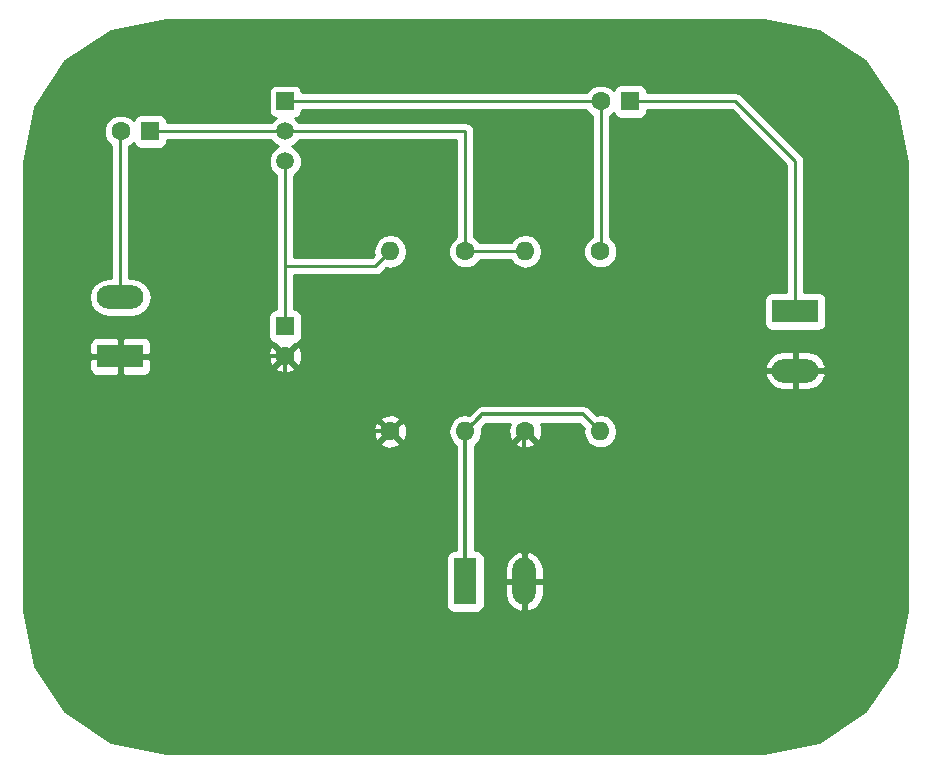
<source format=gbr>
G04 #@! TF.FileFunction,Copper,L1,Top,Signal*
%FSLAX46Y46*%
G04 Gerber Fmt 4.6, Leading zero omitted, Abs format (unit mm)*
G04 Created by KiCad (PCBNEW 4.0.5) date 05/30/17 12:07:32*
%MOMM*%
%LPD*%
G01*
G04 APERTURE LIST*
%ADD10C,0.100000*%
%ADD11R,1.600000X1.600000*%
%ADD12C,1.600000*%
%ADD13R,3.960000X1.980000*%
%ADD14O,3.960000X1.980000*%
%ADD15O,1.600000X1.600000*%
%ADD16R,1.980000X3.960000*%
%ADD17O,1.980000X3.960000*%
%ADD18C,1.520000*%
%ADD19R,1.520000X1.520000*%
%ADD20C,0.250000*%
%ADD21C,0.300000*%
%ADD22C,0.254000*%
G04 APERTURE END LIST*
D10*
D11*
X132080000Y-80010000D03*
D12*
X129580000Y-80010000D03*
D11*
X143510000Y-96520000D03*
D12*
X143510000Y-99020000D03*
D11*
X172720000Y-77470000D03*
D12*
X170220000Y-77470000D03*
D13*
X129540000Y-99060000D03*
D14*
X129540000Y-94060000D03*
D13*
X186690000Y-95250000D03*
D14*
X186690000Y-100250000D03*
D12*
X163830000Y-105410000D03*
D15*
X163830000Y-90170000D03*
D12*
X170180000Y-90170000D03*
D15*
X170180000Y-105410000D03*
D12*
X152400000Y-105410000D03*
D15*
X152400000Y-90170000D03*
D16*
X158750000Y-118110000D03*
D17*
X163750000Y-118110000D03*
D18*
X143510000Y-80010000D03*
X143510000Y-82550000D03*
D19*
X143510000Y-77470000D03*
D12*
X158750000Y-90170000D03*
D15*
X158750000Y-105410000D03*
D20*
X158750000Y-80010000D02*
X143510000Y-80010000D01*
X158750000Y-90170000D02*
X158750000Y-80010000D01*
X163830000Y-90170000D02*
X158750000Y-90170000D01*
X132080000Y-80010000D02*
X143510000Y-80010000D01*
X129540000Y-94060000D02*
X129540000Y-80050000D01*
X129540000Y-80050000D02*
X129580000Y-80010000D01*
X143510000Y-91440000D02*
X151130000Y-91440000D01*
X151130000Y-91440000D02*
X152400000Y-90170000D01*
X143510000Y-91440000D02*
X143510000Y-82550000D01*
X143510000Y-96520000D02*
X143510000Y-91440000D01*
D21*
X163830000Y-105410000D02*
X165280001Y-106860001D01*
X186509999Y-106860001D02*
X186690000Y-106680000D01*
X186690000Y-106680000D02*
X186690000Y-100250000D01*
X165280001Y-106860001D02*
X186509999Y-106860001D01*
X163750000Y-118110000D02*
X163750000Y-105490000D01*
X163750000Y-105490000D02*
X163830000Y-105410000D01*
X143510000Y-105410000D02*
X143510000Y-99020000D01*
X152400000Y-105410000D02*
X143510000Y-105410000D01*
X129540000Y-99060000D02*
X143470000Y-99060000D01*
X143470000Y-99060000D02*
X143510000Y-99020000D01*
D20*
X186690000Y-82550000D02*
X186690000Y-95250000D01*
X181610000Y-77470000D02*
X186690000Y-82550000D01*
X172720000Y-77470000D02*
X181610000Y-77470000D01*
X170220000Y-77470000D02*
X170220000Y-90130000D01*
X170220000Y-90130000D02*
X170180000Y-90170000D01*
X143510000Y-77470000D02*
X170220000Y-77470000D01*
D21*
X170180000Y-105410000D02*
X168729999Y-103959999D01*
X159549999Y-104610001D02*
X158750000Y-105410000D01*
X168729999Y-103959999D02*
X160200001Y-103959999D01*
X160200001Y-103959999D02*
X159549999Y-104610001D01*
X158750000Y-105410000D02*
X158750000Y-118110000D01*
D22*
G36*
X188733053Y-71485536D02*
X192618376Y-74081627D01*
X195214464Y-77966947D01*
X196140000Y-82619927D01*
X196140000Y-120580073D01*
X195214464Y-125233053D01*
X192618376Y-129118373D01*
X188733053Y-131714464D01*
X184080069Y-132640000D01*
X133419927Y-132640000D01*
X128766947Y-131714464D01*
X124881627Y-129118376D01*
X122285536Y-125233053D01*
X121361749Y-120588864D01*
X121375624Y-120033525D01*
X121360000Y-119943250D01*
X121360000Y-116130000D01*
X157112560Y-116130000D01*
X157112560Y-120090000D01*
X157156838Y-120325317D01*
X157295910Y-120541441D01*
X157508110Y-120686431D01*
X157760000Y-120737440D01*
X159740000Y-120737440D01*
X159975317Y-120693162D01*
X160191441Y-120554090D01*
X160336431Y-120341890D01*
X160387440Y-120090000D01*
X160387440Y-118237000D01*
X162125000Y-118237000D01*
X162125000Y-119227000D01*
X162297297Y-119839193D01*
X162690754Y-120338851D01*
X163245472Y-120649905D01*
X163371135Y-120680218D01*
X163623000Y-120560740D01*
X163623000Y-118237000D01*
X163877000Y-118237000D01*
X163877000Y-120560740D01*
X164128865Y-120680218D01*
X164254528Y-120649905D01*
X164809246Y-120338851D01*
X165202703Y-119839193D01*
X165375000Y-119227000D01*
X165375000Y-118237000D01*
X163877000Y-118237000D01*
X163623000Y-118237000D01*
X162125000Y-118237000D01*
X160387440Y-118237000D01*
X160387440Y-116993000D01*
X162125000Y-116993000D01*
X162125000Y-117983000D01*
X163623000Y-117983000D01*
X163623000Y-115659260D01*
X163877000Y-115659260D01*
X163877000Y-117983000D01*
X165375000Y-117983000D01*
X165375000Y-116993000D01*
X165202703Y-116380807D01*
X164809246Y-115881149D01*
X164254528Y-115570095D01*
X164128865Y-115539782D01*
X163877000Y-115659260D01*
X163623000Y-115659260D01*
X163371135Y-115539782D01*
X163245472Y-115570095D01*
X162690754Y-115881149D01*
X162297297Y-116380807D01*
X162125000Y-116993000D01*
X160387440Y-116993000D01*
X160387440Y-116130000D01*
X160343162Y-115894683D01*
X160204090Y-115678559D01*
X159991890Y-115533569D01*
X159740000Y-115482560D01*
X159535000Y-115482560D01*
X159535000Y-106606291D01*
X159764698Y-106452811D01*
X159788128Y-106417745D01*
X163001861Y-106417745D01*
X163075995Y-106663864D01*
X163613223Y-106856965D01*
X164183454Y-106829778D01*
X164584005Y-106663864D01*
X164658139Y-106417745D01*
X163830000Y-105589605D01*
X163001861Y-106417745D01*
X159788128Y-106417745D01*
X160075767Y-105987264D01*
X160185000Y-105438113D01*
X160185000Y-105381887D01*
X160135769Y-105134389D01*
X160525159Y-104744999D01*
X162544144Y-104744999D01*
X162383035Y-105193223D01*
X162410222Y-105763454D01*
X162576136Y-106164005D01*
X162822255Y-106238139D01*
X163650395Y-105410000D01*
X163636252Y-105395858D01*
X163815858Y-105216252D01*
X163830000Y-105230395D01*
X163844142Y-105216252D01*
X164023748Y-105395858D01*
X164009605Y-105410000D01*
X164837745Y-106238139D01*
X165083864Y-106164005D01*
X165276965Y-105626777D01*
X165249778Y-105056546D01*
X165120731Y-104744999D01*
X168404841Y-104744999D01*
X168794231Y-105134389D01*
X168745000Y-105381887D01*
X168745000Y-105438113D01*
X168854233Y-105987264D01*
X169165302Y-106452811D01*
X169630849Y-106763880D01*
X170180000Y-106873113D01*
X170729151Y-106763880D01*
X171194698Y-106452811D01*
X171505767Y-105987264D01*
X171615000Y-105438113D01*
X171615000Y-105381887D01*
X171505767Y-104832736D01*
X171194698Y-104367189D01*
X170729151Y-104056120D01*
X170180000Y-103946887D01*
X169885604Y-104005446D01*
X169285078Y-103404920D01*
X169030406Y-103234754D01*
X168729999Y-103174999D01*
X160200006Y-103174999D01*
X160200001Y-103174998D01*
X159899595Y-103234754D01*
X159644922Y-103404920D01*
X159044396Y-104005446D01*
X158750000Y-103946887D01*
X158200849Y-104056120D01*
X157735302Y-104367189D01*
X157424233Y-104832736D01*
X157315000Y-105381887D01*
X157315000Y-105438113D01*
X157424233Y-105987264D01*
X157735302Y-106452811D01*
X157965000Y-106606291D01*
X157965000Y-115482560D01*
X157760000Y-115482560D01*
X157524683Y-115526838D01*
X157308559Y-115665910D01*
X157163569Y-115878110D01*
X157112560Y-116130000D01*
X121360000Y-116130000D01*
X121360000Y-106417745D01*
X151571861Y-106417745D01*
X151645995Y-106663864D01*
X152183223Y-106856965D01*
X152753454Y-106829778D01*
X153154005Y-106663864D01*
X153228139Y-106417745D01*
X152400000Y-105589605D01*
X151571861Y-106417745D01*
X121360000Y-106417745D01*
X121360000Y-105193223D01*
X150953035Y-105193223D01*
X150980222Y-105763454D01*
X151146136Y-106164005D01*
X151392255Y-106238139D01*
X152220395Y-105410000D01*
X152579605Y-105410000D01*
X153407745Y-106238139D01*
X153653864Y-106164005D01*
X153846965Y-105626777D01*
X153819778Y-105056546D01*
X153653864Y-104655995D01*
X153407745Y-104581861D01*
X152579605Y-105410000D01*
X152220395Y-105410000D01*
X151392255Y-104581861D01*
X151146136Y-104655995D01*
X150953035Y-105193223D01*
X121360000Y-105193223D01*
X121360000Y-104402255D01*
X151571861Y-104402255D01*
X152400000Y-105230395D01*
X153228139Y-104402255D01*
X153154005Y-104156136D01*
X152616777Y-103963035D01*
X152046546Y-103990222D01*
X151645995Y-104156136D01*
X151571861Y-104402255D01*
X121360000Y-104402255D01*
X121360000Y-99345750D01*
X126925000Y-99345750D01*
X126925000Y-100176309D01*
X127021673Y-100409698D01*
X127200301Y-100588327D01*
X127433690Y-100685000D01*
X129254250Y-100685000D01*
X129413000Y-100526250D01*
X129413000Y-99187000D01*
X129667000Y-99187000D01*
X129667000Y-100526250D01*
X129825750Y-100685000D01*
X131646310Y-100685000D01*
X131781831Y-100628865D01*
X184119782Y-100628865D01*
X184150095Y-100754528D01*
X184461149Y-101309246D01*
X184960807Y-101702703D01*
X185573000Y-101875000D01*
X186563000Y-101875000D01*
X186563000Y-100377000D01*
X186817000Y-100377000D01*
X186817000Y-101875000D01*
X187807000Y-101875000D01*
X188419193Y-101702703D01*
X188918851Y-101309246D01*
X189229905Y-100754528D01*
X189260218Y-100628865D01*
X189140740Y-100377000D01*
X186817000Y-100377000D01*
X186563000Y-100377000D01*
X184239260Y-100377000D01*
X184119782Y-100628865D01*
X131781831Y-100628865D01*
X131879699Y-100588327D01*
X132058327Y-100409698D01*
X132155000Y-100176309D01*
X132155000Y-100027745D01*
X142681861Y-100027745D01*
X142755995Y-100273864D01*
X143293223Y-100466965D01*
X143863454Y-100439778D01*
X144264005Y-100273864D01*
X144338139Y-100027745D01*
X144181530Y-99871135D01*
X184119782Y-99871135D01*
X184239260Y-100123000D01*
X186563000Y-100123000D01*
X186563000Y-98625000D01*
X186817000Y-98625000D01*
X186817000Y-100123000D01*
X189140740Y-100123000D01*
X189260218Y-99871135D01*
X189229905Y-99745472D01*
X188918851Y-99190754D01*
X188419193Y-98797297D01*
X187807000Y-98625000D01*
X186817000Y-98625000D01*
X186563000Y-98625000D01*
X185573000Y-98625000D01*
X184960807Y-98797297D01*
X184461149Y-99190754D01*
X184150095Y-99745472D01*
X184119782Y-99871135D01*
X144181530Y-99871135D01*
X143510000Y-99199605D01*
X142681861Y-100027745D01*
X132155000Y-100027745D01*
X132155000Y-99345750D01*
X131996250Y-99187000D01*
X129667000Y-99187000D01*
X129413000Y-99187000D01*
X127083750Y-99187000D01*
X126925000Y-99345750D01*
X121360000Y-99345750D01*
X121360000Y-97943691D01*
X126925000Y-97943691D01*
X126925000Y-98774250D01*
X127083750Y-98933000D01*
X129413000Y-98933000D01*
X129413000Y-97593750D01*
X129667000Y-97593750D01*
X129667000Y-98933000D01*
X131996250Y-98933000D01*
X132126027Y-98803223D01*
X142063035Y-98803223D01*
X142090222Y-99373454D01*
X142256136Y-99774005D01*
X142502255Y-99848139D01*
X143330395Y-99020000D01*
X143689605Y-99020000D01*
X144517745Y-99848139D01*
X144763864Y-99774005D01*
X144956965Y-99236777D01*
X144929778Y-98666546D01*
X144763864Y-98265995D01*
X144517745Y-98191861D01*
X143689605Y-99020000D01*
X143330395Y-99020000D01*
X142502255Y-98191861D01*
X142256136Y-98265995D01*
X142063035Y-98803223D01*
X132126027Y-98803223D01*
X132155000Y-98774250D01*
X132155000Y-97943691D01*
X132058327Y-97710302D01*
X131879699Y-97531673D01*
X131646310Y-97435000D01*
X129825750Y-97435000D01*
X129667000Y-97593750D01*
X129413000Y-97593750D01*
X129254250Y-97435000D01*
X127433690Y-97435000D01*
X127200301Y-97531673D01*
X127021673Y-97710302D01*
X126925000Y-97943691D01*
X121360000Y-97943691D01*
X121360000Y-94060000D01*
X126873769Y-94060000D01*
X126997465Y-94681861D01*
X127349720Y-95209049D01*
X127876908Y-95561304D01*
X128498769Y-95685000D01*
X130581231Y-95685000D01*
X131203092Y-95561304D01*
X131730280Y-95209049D01*
X132082535Y-94681861D01*
X132206231Y-94060000D01*
X132082535Y-93438139D01*
X131730280Y-92910951D01*
X131203092Y-92558696D01*
X130581231Y-92435000D01*
X130300000Y-92435000D01*
X130300000Y-81265174D01*
X130391800Y-81227243D01*
X130660583Y-80958928D01*
X130676838Y-81045317D01*
X130815910Y-81261441D01*
X131028110Y-81406431D01*
X131280000Y-81457440D01*
X132880000Y-81457440D01*
X133115317Y-81413162D01*
X133331441Y-81274090D01*
X133476431Y-81061890D01*
X133527440Y-80810000D01*
X133527440Y-80770000D01*
X142314633Y-80770000D01*
X142326687Y-80799172D01*
X142718764Y-81191934D01*
X142930738Y-81279954D01*
X142720828Y-81366687D01*
X142328066Y-81758764D01*
X142115242Y-82271300D01*
X142114758Y-82826265D01*
X142326687Y-83339172D01*
X142718764Y-83731934D01*
X142750000Y-83744904D01*
X142750000Y-95072560D01*
X142710000Y-95072560D01*
X142474683Y-95116838D01*
X142258559Y-95255910D01*
X142113569Y-95468110D01*
X142062560Y-95720000D01*
X142062560Y-97320000D01*
X142106838Y-97555317D01*
X142245910Y-97771441D01*
X142458110Y-97916431D01*
X142696201Y-97964646D01*
X142681861Y-98012255D01*
X143510000Y-98840395D01*
X144338139Y-98012255D01*
X144323855Y-97964833D01*
X144545317Y-97923162D01*
X144761441Y-97784090D01*
X144906431Y-97571890D01*
X144957440Y-97320000D01*
X144957440Y-95720000D01*
X144913162Y-95484683D01*
X144774090Y-95268559D01*
X144561890Y-95123569D01*
X144310000Y-95072560D01*
X144270000Y-95072560D01*
X144270000Y-92200000D01*
X151130000Y-92200000D01*
X151420839Y-92142148D01*
X151667401Y-91977401D01*
X152076114Y-91568688D01*
X152400000Y-91633113D01*
X152949151Y-91523880D01*
X153414698Y-91212811D01*
X153725767Y-90747264D01*
X153835000Y-90198113D01*
X153835000Y-90141887D01*
X153725767Y-89592736D01*
X153414698Y-89127189D01*
X152949151Y-88816120D01*
X152400000Y-88706887D01*
X151850849Y-88816120D01*
X151385302Y-89127189D01*
X151074233Y-89592736D01*
X150965000Y-90141887D01*
X150965000Y-90198113D01*
X151020096Y-90475102D01*
X150815198Y-90680000D01*
X144270000Y-90680000D01*
X144270000Y-83745367D01*
X144299172Y-83733313D01*
X144691934Y-83341236D01*
X144904758Y-82828700D01*
X144905242Y-82273735D01*
X144693313Y-81760828D01*
X144301236Y-81368066D01*
X144089262Y-81280046D01*
X144299172Y-81193313D01*
X144691934Y-80801236D01*
X144704904Y-80770000D01*
X157990000Y-80770000D01*
X157990000Y-88931354D01*
X157938200Y-88952757D01*
X157534176Y-89356077D01*
X157315250Y-89883309D01*
X157314752Y-90454187D01*
X157532757Y-90981800D01*
X157936077Y-91385824D01*
X158463309Y-91604750D01*
X159034187Y-91605248D01*
X159561800Y-91387243D01*
X159965824Y-90983923D01*
X159988215Y-90930000D01*
X162626333Y-90930000D01*
X162815302Y-91212811D01*
X163280849Y-91523880D01*
X163830000Y-91633113D01*
X164379151Y-91523880D01*
X164844698Y-91212811D01*
X165155767Y-90747264D01*
X165265000Y-90198113D01*
X165265000Y-90141887D01*
X165155767Y-89592736D01*
X164844698Y-89127189D01*
X164379151Y-88816120D01*
X163830000Y-88706887D01*
X163280849Y-88816120D01*
X162815302Y-89127189D01*
X162626333Y-89410000D01*
X159988646Y-89410000D01*
X159967243Y-89358200D01*
X159563923Y-88954176D01*
X159510000Y-88931785D01*
X159510000Y-80010000D01*
X159452148Y-79719161D01*
X159287401Y-79472599D01*
X159040839Y-79307852D01*
X158750000Y-79250000D01*
X144705367Y-79250000D01*
X144693313Y-79220828D01*
X144337790Y-78864684D01*
X144505317Y-78833162D01*
X144721441Y-78694090D01*
X144866431Y-78481890D01*
X144917440Y-78230000D01*
X168981354Y-78230000D01*
X169002757Y-78281800D01*
X169406077Y-78685824D01*
X169460000Y-78708215D01*
X169460000Y-88914826D01*
X169368200Y-88952757D01*
X168964176Y-89356077D01*
X168745250Y-89883309D01*
X168744752Y-90454187D01*
X168962757Y-90981800D01*
X169366077Y-91385824D01*
X169893309Y-91604750D01*
X170464187Y-91605248D01*
X170991800Y-91387243D01*
X171395824Y-90983923D01*
X171614750Y-90456691D01*
X171615248Y-89885813D01*
X171397243Y-89358200D01*
X170993923Y-88954176D01*
X170980000Y-88948395D01*
X170980000Y-78708646D01*
X171031800Y-78687243D01*
X171300583Y-78418928D01*
X171316838Y-78505317D01*
X171455910Y-78721441D01*
X171668110Y-78866431D01*
X171920000Y-78917440D01*
X173520000Y-78917440D01*
X173755317Y-78873162D01*
X173971441Y-78734090D01*
X174116431Y-78521890D01*
X174167440Y-78270000D01*
X174167440Y-78230000D01*
X181295198Y-78230000D01*
X185930000Y-82864802D01*
X185930000Y-93612560D01*
X184710000Y-93612560D01*
X184474683Y-93656838D01*
X184258559Y-93795910D01*
X184113569Y-94008110D01*
X184062560Y-94260000D01*
X184062560Y-96240000D01*
X184106838Y-96475317D01*
X184245910Y-96691441D01*
X184458110Y-96836431D01*
X184710000Y-96887440D01*
X188670000Y-96887440D01*
X188905317Y-96843162D01*
X189121441Y-96704090D01*
X189266431Y-96491890D01*
X189317440Y-96240000D01*
X189317440Y-94260000D01*
X189273162Y-94024683D01*
X189134090Y-93808559D01*
X188921890Y-93663569D01*
X188670000Y-93612560D01*
X187450000Y-93612560D01*
X187450000Y-82550000D01*
X187392148Y-82259161D01*
X187227401Y-82012599D01*
X182147401Y-76932599D01*
X181900839Y-76767852D01*
X181610000Y-76710000D01*
X174167440Y-76710000D01*
X174167440Y-76670000D01*
X174123162Y-76434683D01*
X173984090Y-76218559D01*
X173771890Y-76073569D01*
X173520000Y-76022560D01*
X171920000Y-76022560D01*
X171684683Y-76066838D01*
X171468559Y-76205910D01*
X171323569Y-76418110D01*
X171302320Y-76523041D01*
X171033923Y-76254176D01*
X170506691Y-76035250D01*
X169935813Y-76034752D01*
X169408200Y-76252757D01*
X169004176Y-76656077D01*
X168981785Y-76710000D01*
X144917440Y-76710000D01*
X144873162Y-76474683D01*
X144734090Y-76258559D01*
X144521890Y-76113569D01*
X144270000Y-76062560D01*
X142750000Y-76062560D01*
X142514683Y-76106838D01*
X142298559Y-76245910D01*
X142153569Y-76458110D01*
X142102560Y-76710000D01*
X142102560Y-78230000D01*
X142146838Y-78465317D01*
X142285910Y-78681441D01*
X142498110Y-78826431D01*
X142683480Y-78863969D01*
X142328066Y-79218764D01*
X142315096Y-79250000D01*
X133527440Y-79250000D01*
X133527440Y-79210000D01*
X133483162Y-78974683D01*
X133344090Y-78758559D01*
X133131890Y-78613569D01*
X132880000Y-78562560D01*
X131280000Y-78562560D01*
X131044683Y-78606838D01*
X130828559Y-78745910D01*
X130683569Y-78958110D01*
X130662320Y-79063041D01*
X130393923Y-78794176D01*
X129866691Y-78575250D01*
X129295813Y-78574752D01*
X128768200Y-78792757D01*
X128364176Y-79196077D01*
X128145250Y-79723309D01*
X128144752Y-80294187D01*
X128362757Y-80821800D01*
X128766077Y-81225824D01*
X128780000Y-81231605D01*
X128780000Y-92435000D01*
X128498769Y-92435000D01*
X127876908Y-92558696D01*
X127349720Y-92910951D01*
X126997465Y-93438139D01*
X126873769Y-94060000D01*
X121360000Y-94060000D01*
X121360000Y-82619931D01*
X122285536Y-77966947D01*
X124881627Y-74081624D01*
X128766947Y-71485536D01*
X133419927Y-70560000D01*
X184080069Y-70560000D01*
X188733053Y-71485536D01*
X188733053Y-71485536D01*
G37*
X188733053Y-71485536D02*
X192618376Y-74081627D01*
X195214464Y-77966947D01*
X196140000Y-82619927D01*
X196140000Y-120580073D01*
X195214464Y-125233053D01*
X192618376Y-129118373D01*
X188733053Y-131714464D01*
X184080069Y-132640000D01*
X133419927Y-132640000D01*
X128766947Y-131714464D01*
X124881627Y-129118376D01*
X122285536Y-125233053D01*
X121361749Y-120588864D01*
X121375624Y-120033525D01*
X121360000Y-119943250D01*
X121360000Y-116130000D01*
X157112560Y-116130000D01*
X157112560Y-120090000D01*
X157156838Y-120325317D01*
X157295910Y-120541441D01*
X157508110Y-120686431D01*
X157760000Y-120737440D01*
X159740000Y-120737440D01*
X159975317Y-120693162D01*
X160191441Y-120554090D01*
X160336431Y-120341890D01*
X160387440Y-120090000D01*
X160387440Y-118237000D01*
X162125000Y-118237000D01*
X162125000Y-119227000D01*
X162297297Y-119839193D01*
X162690754Y-120338851D01*
X163245472Y-120649905D01*
X163371135Y-120680218D01*
X163623000Y-120560740D01*
X163623000Y-118237000D01*
X163877000Y-118237000D01*
X163877000Y-120560740D01*
X164128865Y-120680218D01*
X164254528Y-120649905D01*
X164809246Y-120338851D01*
X165202703Y-119839193D01*
X165375000Y-119227000D01*
X165375000Y-118237000D01*
X163877000Y-118237000D01*
X163623000Y-118237000D01*
X162125000Y-118237000D01*
X160387440Y-118237000D01*
X160387440Y-116993000D01*
X162125000Y-116993000D01*
X162125000Y-117983000D01*
X163623000Y-117983000D01*
X163623000Y-115659260D01*
X163877000Y-115659260D01*
X163877000Y-117983000D01*
X165375000Y-117983000D01*
X165375000Y-116993000D01*
X165202703Y-116380807D01*
X164809246Y-115881149D01*
X164254528Y-115570095D01*
X164128865Y-115539782D01*
X163877000Y-115659260D01*
X163623000Y-115659260D01*
X163371135Y-115539782D01*
X163245472Y-115570095D01*
X162690754Y-115881149D01*
X162297297Y-116380807D01*
X162125000Y-116993000D01*
X160387440Y-116993000D01*
X160387440Y-116130000D01*
X160343162Y-115894683D01*
X160204090Y-115678559D01*
X159991890Y-115533569D01*
X159740000Y-115482560D01*
X159535000Y-115482560D01*
X159535000Y-106606291D01*
X159764698Y-106452811D01*
X159788128Y-106417745D01*
X163001861Y-106417745D01*
X163075995Y-106663864D01*
X163613223Y-106856965D01*
X164183454Y-106829778D01*
X164584005Y-106663864D01*
X164658139Y-106417745D01*
X163830000Y-105589605D01*
X163001861Y-106417745D01*
X159788128Y-106417745D01*
X160075767Y-105987264D01*
X160185000Y-105438113D01*
X160185000Y-105381887D01*
X160135769Y-105134389D01*
X160525159Y-104744999D01*
X162544144Y-104744999D01*
X162383035Y-105193223D01*
X162410222Y-105763454D01*
X162576136Y-106164005D01*
X162822255Y-106238139D01*
X163650395Y-105410000D01*
X163636252Y-105395858D01*
X163815858Y-105216252D01*
X163830000Y-105230395D01*
X163844142Y-105216252D01*
X164023748Y-105395858D01*
X164009605Y-105410000D01*
X164837745Y-106238139D01*
X165083864Y-106164005D01*
X165276965Y-105626777D01*
X165249778Y-105056546D01*
X165120731Y-104744999D01*
X168404841Y-104744999D01*
X168794231Y-105134389D01*
X168745000Y-105381887D01*
X168745000Y-105438113D01*
X168854233Y-105987264D01*
X169165302Y-106452811D01*
X169630849Y-106763880D01*
X170180000Y-106873113D01*
X170729151Y-106763880D01*
X171194698Y-106452811D01*
X171505767Y-105987264D01*
X171615000Y-105438113D01*
X171615000Y-105381887D01*
X171505767Y-104832736D01*
X171194698Y-104367189D01*
X170729151Y-104056120D01*
X170180000Y-103946887D01*
X169885604Y-104005446D01*
X169285078Y-103404920D01*
X169030406Y-103234754D01*
X168729999Y-103174999D01*
X160200006Y-103174999D01*
X160200001Y-103174998D01*
X159899595Y-103234754D01*
X159644922Y-103404920D01*
X159044396Y-104005446D01*
X158750000Y-103946887D01*
X158200849Y-104056120D01*
X157735302Y-104367189D01*
X157424233Y-104832736D01*
X157315000Y-105381887D01*
X157315000Y-105438113D01*
X157424233Y-105987264D01*
X157735302Y-106452811D01*
X157965000Y-106606291D01*
X157965000Y-115482560D01*
X157760000Y-115482560D01*
X157524683Y-115526838D01*
X157308559Y-115665910D01*
X157163569Y-115878110D01*
X157112560Y-116130000D01*
X121360000Y-116130000D01*
X121360000Y-106417745D01*
X151571861Y-106417745D01*
X151645995Y-106663864D01*
X152183223Y-106856965D01*
X152753454Y-106829778D01*
X153154005Y-106663864D01*
X153228139Y-106417745D01*
X152400000Y-105589605D01*
X151571861Y-106417745D01*
X121360000Y-106417745D01*
X121360000Y-105193223D01*
X150953035Y-105193223D01*
X150980222Y-105763454D01*
X151146136Y-106164005D01*
X151392255Y-106238139D01*
X152220395Y-105410000D01*
X152579605Y-105410000D01*
X153407745Y-106238139D01*
X153653864Y-106164005D01*
X153846965Y-105626777D01*
X153819778Y-105056546D01*
X153653864Y-104655995D01*
X153407745Y-104581861D01*
X152579605Y-105410000D01*
X152220395Y-105410000D01*
X151392255Y-104581861D01*
X151146136Y-104655995D01*
X150953035Y-105193223D01*
X121360000Y-105193223D01*
X121360000Y-104402255D01*
X151571861Y-104402255D01*
X152400000Y-105230395D01*
X153228139Y-104402255D01*
X153154005Y-104156136D01*
X152616777Y-103963035D01*
X152046546Y-103990222D01*
X151645995Y-104156136D01*
X151571861Y-104402255D01*
X121360000Y-104402255D01*
X121360000Y-99345750D01*
X126925000Y-99345750D01*
X126925000Y-100176309D01*
X127021673Y-100409698D01*
X127200301Y-100588327D01*
X127433690Y-100685000D01*
X129254250Y-100685000D01*
X129413000Y-100526250D01*
X129413000Y-99187000D01*
X129667000Y-99187000D01*
X129667000Y-100526250D01*
X129825750Y-100685000D01*
X131646310Y-100685000D01*
X131781831Y-100628865D01*
X184119782Y-100628865D01*
X184150095Y-100754528D01*
X184461149Y-101309246D01*
X184960807Y-101702703D01*
X185573000Y-101875000D01*
X186563000Y-101875000D01*
X186563000Y-100377000D01*
X186817000Y-100377000D01*
X186817000Y-101875000D01*
X187807000Y-101875000D01*
X188419193Y-101702703D01*
X188918851Y-101309246D01*
X189229905Y-100754528D01*
X189260218Y-100628865D01*
X189140740Y-100377000D01*
X186817000Y-100377000D01*
X186563000Y-100377000D01*
X184239260Y-100377000D01*
X184119782Y-100628865D01*
X131781831Y-100628865D01*
X131879699Y-100588327D01*
X132058327Y-100409698D01*
X132155000Y-100176309D01*
X132155000Y-100027745D01*
X142681861Y-100027745D01*
X142755995Y-100273864D01*
X143293223Y-100466965D01*
X143863454Y-100439778D01*
X144264005Y-100273864D01*
X144338139Y-100027745D01*
X144181530Y-99871135D01*
X184119782Y-99871135D01*
X184239260Y-100123000D01*
X186563000Y-100123000D01*
X186563000Y-98625000D01*
X186817000Y-98625000D01*
X186817000Y-100123000D01*
X189140740Y-100123000D01*
X189260218Y-99871135D01*
X189229905Y-99745472D01*
X188918851Y-99190754D01*
X188419193Y-98797297D01*
X187807000Y-98625000D01*
X186817000Y-98625000D01*
X186563000Y-98625000D01*
X185573000Y-98625000D01*
X184960807Y-98797297D01*
X184461149Y-99190754D01*
X184150095Y-99745472D01*
X184119782Y-99871135D01*
X144181530Y-99871135D01*
X143510000Y-99199605D01*
X142681861Y-100027745D01*
X132155000Y-100027745D01*
X132155000Y-99345750D01*
X131996250Y-99187000D01*
X129667000Y-99187000D01*
X129413000Y-99187000D01*
X127083750Y-99187000D01*
X126925000Y-99345750D01*
X121360000Y-99345750D01*
X121360000Y-97943691D01*
X126925000Y-97943691D01*
X126925000Y-98774250D01*
X127083750Y-98933000D01*
X129413000Y-98933000D01*
X129413000Y-97593750D01*
X129667000Y-97593750D01*
X129667000Y-98933000D01*
X131996250Y-98933000D01*
X132126027Y-98803223D01*
X142063035Y-98803223D01*
X142090222Y-99373454D01*
X142256136Y-99774005D01*
X142502255Y-99848139D01*
X143330395Y-99020000D01*
X143689605Y-99020000D01*
X144517745Y-99848139D01*
X144763864Y-99774005D01*
X144956965Y-99236777D01*
X144929778Y-98666546D01*
X144763864Y-98265995D01*
X144517745Y-98191861D01*
X143689605Y-99020000D01*
X143330395Y-99020000D01*
X142502255Y-98191861D01*
X142256136Y-98265995D01*
X142063035Y-98803223D01*
X132126027Y-98803223D01*
X132155000Y-98774250D01*
X132155000Y-97943691D01*
X132058327Y-97710302D01*
X131879699Y-97531673D01*
X131646310Y-97435000D01*
X129825750Y-97435000D01*
X129667000Y-97593750D01*
X129413000Y-97593750D01*
X129254250Y-97435000D01*
X127433690Y-97435000D01*
X127200301Y-97531673D01*
X127021673Y-97710302D01*
X126925000Y-97943691D01*
X121360000Y-97943691D01*
X121360000Y-94060000D01*
X126873769Y-94060000D01*
X126997465Y-94681861D01*
X127349720Y-95209049D01*
X127876908Y-95561304D01*
X128498769Y-95685000D01*
X130581231Y-95685000D01*
X131203092Y-95561304D01*
X131730280Y-95209049D01*
X132082535Y-94681861D01*
X132206231Y-94060000D01*
X132082535Y-93438139D01*
X131730280Y-92910951D01*
X131203092Y-92558696D01*
X130581231Y-92435000D01*
X130300000Y-92435000D01*
X130300000Y-81265174D01*
X130391800Y-81227243D01*
X130660583Y-80958928D01*
X130676838Y-81045317D01*
X130815910Y-81261441D01*
X131028110Y-81406431D01*
X131280000Y-81457440D01*
X132880000Y-81457440D01*
X133115317Y-81413162D01*
X133331441Y-81274090D01*
X133476431Y-81061890D01*
X133527440Y-80810000D01*
X133527440Y-80770000D01*
X142314633Y-80770000D01*
X142326687Y-80799172D01*
X142718764Y-81191934D01*
X142930738Y-81279954D01*
X142720828Y-81366687D01*
X142328066Y-81758764D01*
X142115242Y-82271300D01*
X142114758Y-82826265D01*
X142326687Y-83339172D01*
X142718764Y-83731934D01*
X142750000Y-83744904D01*
X142750000Y-95072560D01*
X142710000Y-95072560D01*
X142474683Y-95116838D01*
X142258559Y-95255910D01*
X142113569Y-95468110D01*
X142062560Y-95720000D01*
X142062560Y-97320000D01*
X142106838Y-97555317D01*
X142245910Y-97771441D01*
X142458110Y-97916431D01*
X142696201Y-97964646D01*
X142681861Y-98012255D01*
X143510000Y-98840395D01*
X144338139Y-98012255D01*
X144323855Y-97964833D01*
X144545317Y-97923162D01*
X144761441Y-97784090D01*
X144906431Y-97571890D01*
X144957440Y-97320000D01*
X144957440Y-95720000D01*
X144913162Y-95484683D01*
X144774090Y-95268559D01*
X144561890Y-95123569D01*
X144310000Y-95072560D01*
X144270000Y-95072560D01*
X144270000Y-92200000D01*
X151130000Y-92200000D01*
X151420839Y-92142148D01*
X151667401Y-91977401D01*
X152076114Y-91568688D01*
X152400000Y-91633113D01*
X152949151Y-91523880D01*
X153414698Y-91212811D01*
X153725767Y-90747264D01*
X153835000Y-90198113D01*
X153835000Y-90141887D01*
X153725767Y-89592736D01*
X153414698Y-89127189D01*
X152949151Y-88816120D01*
X152400000Y-88706887D01*
X151850849Y-88816120D01*
X151385302Y-89127189D01*
X151074233Y-89592736D01*
X150965000Y-90141887D01*
X150965000Y-90198113D01*
X151020096Y-90475102D01*
X150815198Y-90680000D01*
X144270000Y-90680000D01*
X144270000Y-83745367D01*
X144299172Y-83733313D01*
X144691934Y-83341236D01*
X144904758Y-82828700D01*
X144905242Y-82273735D01*
X144693313Y-81760828D01*
X144301236Y-81368066D01*
X144089262Y-81280046D01*
X144299172Y-81193313D01*
X144691934Y-80801236D01*
X144704904Y-80770000D01*
X157990000Y-80770000D01*
X157990000Y-88931354D01*
X157938200Y-88952757D01*
X157534176Y-89356077D01*
X157315250Y-89883309D01*
X157314752Y-90454187D01*
X157532757Y-90981800D01*
X157936077Y-91385824D01*
X158463309Y-91604750D01*
X159034187Y-91605248D01*
X159561800Y-91387243D01*
X159965824Y-90983923D01*
X159988215Y-90930000D01*
X162626333Y-90930000D01*
X162815302Y-91212811D01*
X163280849Y-91523880D01*
X163830000Y-91633113D01*
X164379151Y-91523880D01*
X164844698Y-91212811D01*
X165155767Y-90747264D01*
X165265000Y-90198113D01*
X165265000Y-90141887D01*
X165155767Y-89592736D01*
X164844698Y-89127189D01*
X164379151Y-88816120D01*
X163830000Y-88706887D01*
X163280849Y-88816120D01*
X162815302Y-89127189D01*
X162626333Y-89410000D01*
X159988646Y-89410000D01*
X159967243Y-89358200D01*
X159563923Y-88954176D01*
X159510000Y-88931785D01*
X159510000Y-80010000D01*
X159452148Y-79719161D01*
X159287401Y-79472599D01*
X159040839Y-79307852D01*
X158750000Y-79250000D01*
X144705367Y-79250000D01*
X144693313Y-79220828D01*
X144337790Y-78864684D01*
X144505317Y-78833162D01*
X144721441Y-78694090D01*
X144866431Y-78481890D01*
X144917440Y-78230000D01*
X168981354Y-78230000D01*
X169002757Y-78281800D01*
X169406077Y-78685824D01*
X169460000Y-78708215D01*
X169460000Y-88914826D01*
X169368200Y-88952757D01*
X168964176Y-89356077D01*
X168745250Y-89883309D01*
X168744752Y-90454187D01*
X168962757Y-90981800D01*
X169366077Y-91385824D01*
X169893309Y-91604750D01*
X170464187Y-91605248D01*
X170991800Y-91387243D01*
X171395824Y-90983923D01*
X171614750Y-90456691D01*
X171615248Y-89885813D01*
X171397243Y-89358200D01*
X170993923Y-88954176D01*
X170980000Y-88948395D01*
X170980000Y-78708646D01*
X171031800Y-78687243D01*
X171300583Y-78418928D01*
X171316838Y-78505317D01*
X171455910Y-78721441D01*
X171668110Y-78866431D01*
X171920000Y-78917440D01*
X173520000Y-78917440D01*
X173755317Y-78873162D01*
X173971441Y-78734090D01*
X174116431Y-78521890D01*
X174167440Y-78270000D01*
X174167440Y-78230000D01*
X181295198Y-78230000D01*
X185930000Y-82864802D01*
X185930000Y-93612560D01*
X184710000Y-93612560D01*
X184474683Y-93656838D01*
X184258559Y-93795910D01*
X184113569Y-94008110D01*
X184062560Y-94260000D01*
X184062560Y-96240000D01*
X184106838Y-96475317D01*
X184245910Y-96691441D01*
X184458110Y-96836431D01*
X184710000Y-96887440D01*
X188670000Y-96887440D01*
X188905317Y-96843162D01*
X189121441Y-96704090D01*
X189266431Y-96491890D01*
X189317440Y-96240000D01*
X189317440Y-94260000D01*
X189273162Y-94024683D01*
X189134090Y-93808559D01*
X188921890Y-93663569D01*
X188670000Y-93612560D01*
X187450000Y-93612560D01*
X187450000Y-82550000D01*
X187392148Y-82259161D01*
X187227401Y-82012599D01*
X182147401Y-76932599D01*
X181900839Y-76767852D01*
X181610000Y-76710000D01*
X174167440Y-76710000D01*
X174167440Y-76670000D01*
X174123162Y-76434683D01*
X173984090Y-76218559D01*
X173771890Y-76073569D01*
X173520000Y-76022560D01*
X171920000Y-76022560D01*
X171684683Y-76066838D01*
X171468559Y-76205910D01*
X171323569Y-76418110D01*
X171302320Y-76523041D01*
X171033923Y-76254176D01*
X170506691Y-76035250D01*
X169935813Y-76034752D01*
X169408200Y-76252757D01*
X169004176Y-76656077D01*
X168981785Y-76710000D01*
X144917440Y-76710000D01*
X144873162Y-76474683D01*
X144734090Y-76258559D01*
X144521890Y-76113569D01*
X144270000Y-76062560D01*
X142750000Y-76062560D01*
X142514683Y-76106838D01*
X142298559Y-76245910D01*
X142153569Y-76458110D01*
X142102560Y-76710000D01*
X142102560Y-78230000D01*
X142146838Y-78465317D01*
X142285910Y-78681441D01*
X142498110Y-78826431D01*
X142683480Y-78863969D01*
X142328066Y-79218764D01*
X142315096Y-79250000D01*
X133527440Y-79250000D01*
X133527440Y-79210000D01*
X133483162Y-78974683D01*
X133344090Y-78758559D01*
X133131890Y-78613569D01*
X132880000Y-78562560D01*
X131280000Y-78562560D01*
X131044683Y-78606838D01*
X130828559Y-78745910D01*
X130683569Y-78958110D01*
X130662320Y-79063041D01*
X130393923Y-78794176D01*
X129866691Y-78575250D01*
X129295813Y-78574752D01*
X128768200Y-78792757D01*
X128364176Y-79196077D01*
X128145250Y-79723309D01*
X128144752Y-80294187D01*
X128362757Y-80821800D01*
X128766077Y-81225824D01*
X128780000Y-81231605D01*
X128780000Y-92435000D01*
X128498769Y-92435000D01*
X127876908Y-92558696D01*
X127349720Y-92910951D01*
X126997465Y-93438139D01*
X126873769Y-94060000D01*
X121360000Y-94060000D01*
X121360000Y-82619931D01*
X122285536Y-77966947D01*
X124881627Y-74081624D01*
X128766947Y-71485536D01*
X133419927Y-70560000D01*
X184080069Y-70560000D01*
X188733053Y-71485536D01*
M02*

</source>
